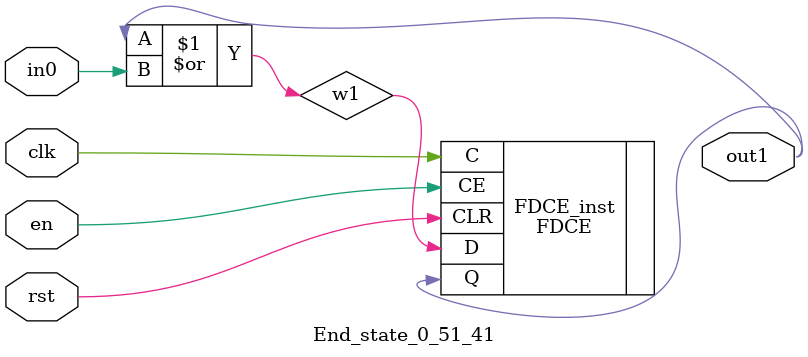
<source format=v>
module engine_0_51(out,clk,sod,en, in_109, in_1, in_3, in_4, in_5, in_7, in_8, in_12, in_14, in_15, in_16, in_17, in_18, in_19, in_20, in_29, in_30, in_32);
//pcre: /\x2Eview\x2Eselection.*?\x2Etree\s*\x3D\s*null.*?\x2Einvalidate/smi
//block char: .[7], \x20[8], N[0], O[0], L[0], I[0], S[0], \x2E[8], v[0], a[0], r[0], e[0], c[0], d[0], =[0], u[0], t[0], w[0], 

	input clk,sod,en;

	input in_109, in_1, in_3, in_4, in_5, in_7, in_8, in_12, in_14, in_15, in_16, in_17, in_18, in_19, in_20, in_29, in_30, in_32;
	output out;

	assign w0 = 1'b1;
	state_0_51_1 BlockState_0_51_1 (w1,in_12,clk,en,sod,w0);
	state_0_51_2 BlockState_0_51_2 (w2,in_14,clk,en,sod,w1);
	state_0_51_3 BlockState_0_51_3 (w3,in_7,clk,en,sod,w2);
	state_0_51_4 BlockState_0_51_4 (w4,in_17,clk,en,sod,w3);
	state_0_51_5 BlockState_0_51_5 (w5,in_32,clk,en,sod,w4);
	state_0_51_6 BlockState_0_51_6 (w6,in_12,clk,en,sod,w5);
	state_0_51_7 BlockState_0_51_7 (w7,in_8,clk,en,sod,w6);
	state_0_51_8 BlockState_0_51_8 (w8,in_17,clk,en,sod,w7);
	state_0_51_9 BlockState_0_51_9 (w9,in_5,clk,en,sod,w8);
	state_0_51_10 BlockState_0_51_10 (w10,in_17,clk,en,sod,w9);
	state_0_51_11 BlockState_0_51_11 (w11,in_18,clk,en,sod,w10);
	state_0_51_12 BlockState_0_51_12 (w12,in_30,clk,en,sod,w11);
	state_0_51_13 BlockState_0_51_13 (w13,in_7,clk,en,sod,w12);
	state_0_51_14 BlockState_0_51_14 (w14,in_4,clk,en,sod,w13);
	state_0_51_15 BlockState_0_51_15 (w15,in_3,clk,en,sod,w14);
	state_0_51_16 BlockState_0_51_16 (w16,in_109,clk,en,sod,w16,w15);
	state_0_51_17 BlockState_0_51_17 (w17,in_12,clk,en,sod,w15,w15,w16);
	state_0_51_18 BlockState_0_51_18 (w18,in_30,clk,en,sod,w17);
	state_0_51_19 BlockState_0_51_19 (w19,in_16,clk,en,sod,w18);
	state_0_51_20 BlockState_0_51_20 (w20,in_17,clk,en,sod,w19);
	state_0_51_21 BlockState_0_51_21 (w21,in_17,clk,en,sod,w20);
	state_0_51_22 BlockState_0_51_22 (w22,in_1,clk,en,sod,w22,w21);
	state_0_51_23 BlockState_0_51_23 (w23,in_20,clk,en,sod,w21,w22);
	state_0_51_24 BlockState_0_51_24 (w24,in_1,clk,en,sod,w24,w23);
	state_0_51_25 BlockState_0_51_25 (w25,in_3,clk,en,sod,w23,w24);
	state_0_51_26 BlockState_0_51_26 (w26,in_29,clk,en,sod,w25);
	state_0_51_27 BlockState_0_51_27 (w27,in_5,clk,en,sod,w26);
	state_0_51_28 BlockState_0_51_28 (w28,in_5,clk,en,sod,w27);
	state_0_51_29 BlockState_0_51_29 (w29,in_109,clk,en,sod,w29,w28);
	state_0_51_30 BlockState_0_51_30 (w30,in_12,clk,en,sod,w28,w28,w29);
	state_0_51_31 BlockState_0_51_31 (w31,in_7,clk,en,sod,w30);
	state_0_51_32 BlockState_0_51_32 (w32,in_3,clk,en,sod,w31);
	state_0_51_33 BlockState_0_51_33 (w33,in_14,clk,en,sod,w32);
	state_0_51_34 BlockState_0_51_34 (w34,in_15,clk,en,sod,w33);
	state_0_51_35 BlockState_0_51_35 (w35,in_5,clk,en,sod,w34);
	state_0_51_36 BlockState_0_51_36 (w36,in_7,clk,en,sod,w35);
	state_0_51_37 BlockState_0_51_37 (w37,in_19,clk,en,sod,w36);
	state_0_51_38 BlockState_0_51_38 (w38,in_15,clk,en,sod,w37);
	state_0_51_39 BlockState_0_51_39 (w39,in_30,clk,en,sod,w38);
	state_0_51_40 BlockState_0_51_40 (w40,in_17,clk,en,sod,w39);
	End_state_0_51_41 BlockState_0_51_41 (out,clk,en,sod,w40);
endmodule

module state_0_51_1(out1,in_char,clk,en,rst,in0);
	input in_char,clk,en,rst,in0;
	output out1;
	wire w1,w2;
	assign w1 = in0; 
	and(w2,in_char,w1);
	FDCE #(.INIT(1'b0)) FDCE_inst (
		.Q(out1),
		.C(clk),
		.CE(en),
		.CLR(rst),
		.D(w2)
);
endmodule

module state_0_51_2(out1,in_char,clk,en,rst,in0);
	input in_char,clk,en,rst,in0;
	output out1;
	wire w1,w2;
	assign w1 = in0; 
	and(w2,in_char,w1);
	FDCE #(.INIT(1'b0)) FDCE_inst (
		.Q(out1),
		.C(clk),
		.CE(en),
		.CLR(rst),
		.D(w2)
);
endmodule

module state_0_51_3(out1,in_char,clk,en,rst,in0);
	input in_char,clk,en,rst,in0;
	output out1;
	wire w1,w2;
	assign w1 = in0; 
	and(w2,in_char,w1);
	FDCE #(.INIT(1'b0)) FDCE_inst (
		.Q(out1),
		.C(clk),
		.CE(en),
		.CLR(rst),
		.D(w2)
);
endmodule

module state_0_51_4(out1,in_char,clk,en,rst,in0);
	input in_char,clk,en,rst,in0;
	output out1;
	wire w1,w2;
	assign w1 = in0; 
	and(w2,in_char,w1);
	FDCE #(.INIT(1'b0)) FDCE_inst (
		.Q(out1),
		.C(clk),
		.CE(en),
		.CLR(rst),
		.D(w2)
);
endmodule

module state_0_51_5(out1,in_char,clk,en,rst,in0);
	input in_char,clk,en,rst,in0;
	output out1;
	wire w1,w2;
	assign w1 = in0; 
	and(w2,in_char,w1);
	FDCE #(.INIT(1'b0)) FDCE_inst (
		.Q(out1),
		.C(clk),
		.CE(en),
		.CLR(rst),
		.D(w2)
);
endmodule

module state_0_51_6(out1,in_char,clk,en,rst,in0);
	input in_char,clk,en,rst,in0;
	output out1;
	wire w1,w2;
	assign w1 = in0; 
	and(w2,in_char,w1);
	FDCE #(.INIT(1'b0)) FDCE_inst (
		.Q(out1),
		.C(clk),
		.CE(en),
		.CLR(rst),
		.D(w2)
);
endmodule

module state_0_51_7(out1,in_char,clk,en,rst,in0);
	input in_char,clk,en,rst,in0;
	output out1;
	wire w1,w2;
	assign w1 = in0; 
	and(w2,in_char,w1);
	FDCE #(.INIT(1'b0)) FDCE_inst (
		.Q(out1),
		.C(clk),
		.CE(en),
		.CLR(rst),
		.D(w2)
);
endmodule

module state_0_51_8(out1,in_char,clk,en,rst,in0);
	input in_char,clk,en,rst,in0;
	output out1;
	wire w1,w2;
	assign w1 = in0; 
	and(w2,in_char,w1);
	FDCE #(.INIT(1'b0)) FDCE_inst (
		.Q(out1),
		.C(clk),
		.CE(en),
		.CLR(rst),
		.D(w2)
);
endmodule

module state_0_51_9(out1,in_char,clk,en,rst,in0);
	input in_char,clk,en,rst,in0;
	output out1;
	wire w1,w2;
	assign w1 = in0; 
	and(w2,in_char,w1);
	FDCE #(.INIT(1'b0)) FDCE_inst (
		.Q(out1),
		.C(clk),
		.CE(en),
		.CLR(rst),
		.D(w2)
);
endmodule

module state_0_51_10(out1,in_char,clk,en,rst,in0);
	input in_char,clk,en,rst,in0;
	output out1;
	wire w1,w2;
	assign w1 = in0; 
	and(w2,in_char,w1);
	FDCE #(.INIT(1'b0)) FDCE_inst (
		.Q(out1),
		.C(clk),
		.CE(en),
		.CLR(rst),
		.D(w2)
);
endmodule

module state_0_51_11(out1,in_char,clk,en,rst,in0);
	input in_char,clk,en,rst,in0;
	output out1;
	wire w1,w2;
	assign w1 = in0; 
	and(w2,in_char,w1);
	FDCE #(.INIT(1'b0)) FDCE_inst (
		.Q(out1),
		.C(clk),
		.CE(en),
		.CLR(rst),
		.D(w2)
);
endmodule

module state_0_51_12(out1,in_char,clk,en,rst,in0);
	input in_char,clk,en,rst,in0;
	output out1;
	wire w1,w2;
	assign w1 = in0; 
	and(w2,in_char,w1);
	FDCE #(.INIT(1'b0)) FDCE_inst (
		.Q(out1),
		.C(clk),
		.CE(en),
		.CLR(rst),
		.D(w2)
);
endmodule

module state_0_51_13(out1,in_char,clk,en,rst,in0);
	input in_char,clk,en,rst,in0;
	output out1;
	wire w1,w2;
	assign w1 = in0; 
	and(w2,in_char,w1);
	FDCE #(.INIT(1'b0)) FDCE_inst (
		.Q(out1),
		.C(clk),
		.CE(en),
		.CLR(rst),
		.D(w2)
);
endmodule

module state_0_51_14(out1,in_char,clk,en,rst,in0);
	input in_char,clk,en,rst,in0;
	output out1;
	wire w1,w2;
	assign w1 = in0; 
	and(w2,in_char,w1);
	FDCE #(.INIT(1'b0)) FDCE_inst (
		.Q(out1),
		.C(clk),
		.CE(en),
		.CLR(rst),
		.D(w2)
);
endmodule

module state_0_51_15(out1,in_char,clk,en,rst,in0);
	input in_char,clk,en,rst,in0;
	output out1;
	wire w1,w2;
	assign w1 = in0; 
	and(w2,in_char,w1);
	FDCE #(.INIT(1'b0)) FDCE_inst (
		.Q(out1),
		.C(clk),
		.CE(en),
		.CLR(rst),
		.D(w2)
);
endmodule

module state_0_51_16(out1,in_char,clk,en,rst,in0,in1);
	input in_char,clk,en,rst,in0,in1;
	output out1;
	wire w1,w2;
	or(w1,in0,in1);
	and(w2,in_char,w1);
	FDCE #(.INIT(1'b0)) FDCE_inst (
		.Q(out1),
		.C(clk),
		.CE(en),
		.CLR(rst),
		.D(w2)
);
endmodule

module state_0_51_17(out1,in_char,clk,en,rst,in0,in1,in2);
	input in_char,clk,en,rst,in0,in1,in2;
	output out1;
	wire w1,w2;
	or(w1,in0,in1,in2);
	and(w2,in_char,w1);
	FDCE #(.INIT(1'b0)) FDCE_inst (
		.Q(out1),
		.C(clk),
		.CE(en),
		.CLR(rst),
		.D(w2)
);
endmodule

module state_0_51_18(out1,in_char,clk,en,rst,in0);
	input in_char,clk,en,rst,in0;
	output out1;
	wire w1,w2;
	assign w1 = in0; 
	and(w2,in_char,w1);
	FDCE #(.INIT(1'b0)) FDCE_inst (
		.Q(out1),
		.C(clk),
		.CE(en),
		.CLR(rst),
		.D(w2)
);
endmodule

module state_0_51_19(out1,in_char,clk,en,rst,in0);
	input in_char,clk,en,rst,in0;
	output out1;
	wire w1,w2;
	assign w1 = in0; 
	and(w2,in_char,w1);
	FDCE #(.INIT(1'b0)) FDCE_inst (
		.Q(out1),
		.C(clk),
		.CE(en),
		.CLR(rst),
		.D(w2)
);
endmodule

module state_0_51_20(out1,in_char,clk,en,rst,in0);
	input in_char,clk,en,rst,in0;
	output out1;
	wire w1,w2;
	assign w1 = in0; 
	and(w2,in_char,w1);
	FDCE #(.INIT(1'b0)) FDCE_inst (
		.Q(out1),
		.C(clk),
		.CE(en),
		.CLR(rst),
		.D(w2)
);
endmodule

module state_0_51_21(out1,in_char,clk,en,rst,in0);
	input in_char,clk,en,rst,in0;
	output out1;
	wire w1,w2;
	assign w1 = in0; 
	and(w2,in_char,w1);
	FDCE #(.INIT(1'b0)) FDCE_inst (
		.Q(out1),
		.C(clk),
		.CE(en),
		.CLR(rst),
		.D(w2)
);
endmodule

module state_0_51_22(out1,in_char,clk,en,rst,in0,in1);
	input in_char,clk,en,rst,in0,in1;
	output out1;
	wire w1,w2;
	or(w1,in0,in1);
	and(w2,in_char,w1);
	FDCE #(.INIT(1'b0)) FDCE_inst (
		.Q(out1),
		.C(clk),
		.CE(en),
		.CLR(rst),
		.D(w2)
);
endmodule

module state_0_51_23(out1,in_char,clk,en,rst,in0,in1);
	input in_char,clk,en,rst,in0,in1;
	output out1;
	wire w1,w2;
	or(w1,in0,in1);
	and(w2,in_char,w1);
	FDCE #(.INIT(1'b0)) FDCE_inst (
		.Q(out1),
		.C(clk),
		.CE(en),
		.CLR(rst),
		.D(w2)
);
endmodule

module state_0_51_24(out1,in_char,clk,en,rst,in0,in1);
	input in_char,clk,en,rst,in0,in1;
	output out1;
	wire w1,w2;
	or(w1,in0,in1);
	and(w2,in_char,w1);
	FDCE #(.INIT(1'b0)) FDCE_inst (
		.Q(out1),
		.C(clk),
		.CE(en),
		.CLR(rst),
		.D(w2)
);
endmodule

module state_0_51_25(out1,in_char,clk,en,rst,in0,in1);
	input in_char,clk,en,rst,in0,in1;
	output out1;
	wire w1,w2;
	or(w1,in0,in1);
	and(w2,in_char,w1);
	FDCE #(.INIT(1'b0)) FDCE_inst (
		.Q(out1),
		.C(clk),
		.CE(en),
		.CLR(rst),
		.D(w2)
);
endmodule

module state_0_51_26(out1,in_char,clk,en,rst,in0);
	input in_char,clk,en,rst,in0;
	output out1;
	wire w1,w2;
	assign w1 = in0; 
	and(w2,in_char,w1);
	FDCE #(.INIT(1'b0)) FDCE_inst (
		.Q(out1),
		.C(clk),
		.CE(en),
		.CLR(rst),
		.D(w2)
);
endmodule

module state_0_51_27(out1,in_char,clk,en,rst,in0);
	input in_char,clk,en,rst,in0;
	output out1;
	wire w1,w2;
	assign w1 = in0; 
	and(w2,in_char,w1);
	FDCE #(.INIT(1'b0)) FDCE_inst (
		.Q(out1),
		.C(clk),
		.CE(en),
		.CLR(rst),
		.D(w2)
);
endmodule

module state_0_51_28(out1,in_char,clk,en,rst,in0);
	input in_char,clk,en,rst,in0;
	output out1;
	wire w1,w2;
	assign w1 = in0; 
	and(w2,in_char,w1);
	FDCE #(.INIT(1'b0)) FDCE_inst (
		.Q(out1),
		.C(clk),
		.CE(en),
		.CLR(rst),
		.D(w2)
);
endmodule

module state_0_51_29(out1,in_char,clk,en,rst,in0,in1);
	input in_char,clk,en,rst,in0,in1;
	output out1;
	wire w1,w2;
	or(w1,in0,in1);
	and(w2,in_char,w1);
	FDCE #(.INIT(1'b0)) FDCE_inst (
		.Q(out1),
		.C(clk),
		.CE(en),
		.CLR(rst),
		.D(w2)
);
endmodule

module state_0_51_30(out1,in_char,clk,en,rst,in0,in1,in2);
	input in_char,clk,en,rst,in0,in1,in2;
	output out1;
	wire w1,w2;
	or(w1,in0,in1,in2);
	and(w2,in_char,w1);
	FDCE #(.INIT(1'b0)) FDCE_inst (
		.Q(out1),
		.C(clk),
		.CE(en),
		.CLR(rst),
		.D(w2)
);
endmodule

module state_0_51_31(out1,in_char,clk,en,rst,in0);
	input in_char,clk,en,rst,in0;
	output out1;
	wire w1,w2;
	assign w1 = in0; 
	and(w2,in_char,w1);
	FDCE #(.INIT(1'b0)) FDCE_inst (
		.Q(out1),
		.C(clk),
		.CE(en),
		.CLR(rst),
		.D(w2)
);
endmodule

module state_0_51_32(out1,in_char,clk,en,rst,in0);
	input in_char,clk,en,rst,in0;
	output out1;
	wire w1,w2;
	assign w1 = in0; 
	and(w2,in_char,w1);
	FDCE #(.INIT(1'b0)) FDCE_inst (
		.Q(out1),
		.C(clk),
		.CE(en),
		.CLR(rst),
		.D(w2)
);
endmodule

module state_0_51_33(out1,in_char,clk,en,rst,in0);
	input in_char,clk,en,rst,in0;
	output out1;
	wire w1,w2;
	assign w1 = in0; 
	and(w2,in_char,w1);
	FDCE #(.INIT(1'b0)) FDCE_inst (
		.Q(out1),
		.C(clk),
		.CE(en),
		.CLR(rst),
		.D(w2)
);
endmodule

module state_0_51_34(out1,in_char,clk,en,rst,in0);
	input in_char,clk,en,rst,in0;
	output out1;
	wire w1,w2;
	assign w1 = in0; 
	and(w2,in_char,w1);
	FDCE #(.INIT(1'b0)) FDCE_inst (
		.Q(out1),
		.C(clk),
		.CE(en),
		.CLR(rst),
		.D(w2)
);
endmodule

module state_0_51_35(out1,in_char,clk,en,rst,in0);
	input in_char,clk,en,rst,in0;
	output out1;
	wire w1,w2;
	assign w1 = in0; 
	and(w2,in_char,w1);
	FDCE #(.INIT(1'b0)) FDCE_inst (
		.Q(out1),
		.C(clk),
		.CE(en),
		.CLR(rst),
		.D(w2)
);
endmodule

module state_0_51_36(out1,in_char,clk,en,rst,in0);
	input in_char,clk,en,rst,in0;
	output out1;
	wire w1,w2;
	assign w1 = in0; 
	and(w2,in_char,w1);
	FDCE #(.INIT(1'b0)) FDCE_inst (
		.Q(out1),
		.C(clk),
		.CE(en),
		.CLR(rst),
		.D(w2)
);
endmodule

module state_0_51_37(out1,in_char,clk,en,rst,in0);
	input in_char,clk,en,rst,in0;
	output out1;
	wire w1,w2;
	assign w1 = in0; 
	and(w2,in_char,w1);
	FDCE #(.INIT(1'b0)) FDCE_inst (
		.Q(out1),
		.C(clk),
		.CE(en),
		.CLR(rst),
		.D(w2)
);
endmodule

module state_0_51_38(out1,in_char,clk,en,rst,in0);
	input in_char,clk,en,rst,in0;
	output out1;
	wire w1,w2;
	assign w1 = in0; 
	and(w2,in_char,w1);
	FDCE #(.INIT(1'b0)) FDCE_inst (
		.Q(out1),
		.C(clk),
		.CE(en),
		.CLR(rst),
		.D(w2)
);
endmodule

module state_0_51_39(out1,in_char,clk,en,rst,in0);
	input in_char,clk,en,rst,in0;
	output out1;
	wire w1,w2;
	assign w1 = in0; 
	and(w2,in_char,w1);
	FDCE #(.INIT(1'b0)) FDCE_inst (
		.Q(out1),
		.C(clk),
		.CE(en),
		.CLR(rst),
		.D(w2)
);
endmodule

module state_0_51_40(out1,in_char,clk,en,rst,in0);
	input in_char,clk,en,rst,in0;
	output out1;
	wire w1,w2;
	assign w1 = in0; 
	and(w2,in_char,w1);
	FDCE #(.INIT(1'b0)) FDCE_inst (
		.Q(out1),
		.C(clk),
		.CE(en),
		.CLR(rst),
		.D(w2)
);
endmodule

module End_state_0_51_41(out1,clk,en,rst,in0);
	input clk,rst,en,in0;
	output out1;
	wire w1;
	or(w1,out1,in0);
	FDCE #(.INIT(1'b0)) FDCE_inst (
		.Q(out1),
		.C(clk),
		.CE(en),
		.CLR(rst),
		.D(w1)
);
endmodule


</source>
